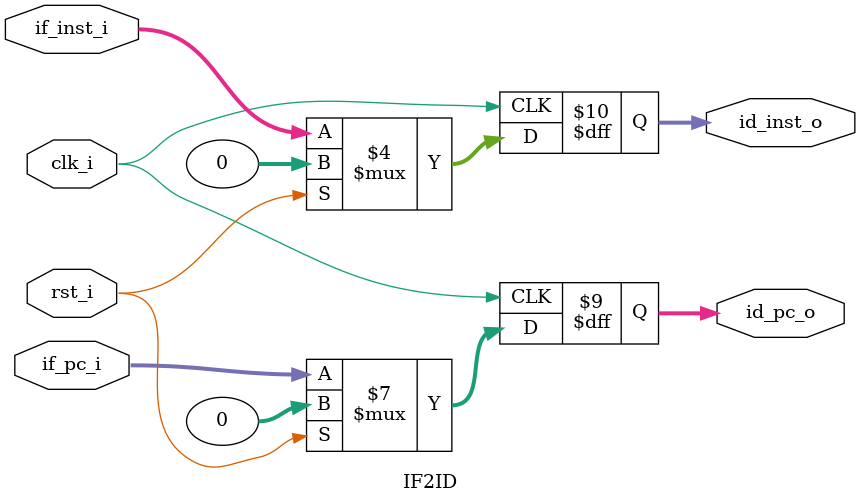
<source format=sv>
`include "defines.vh"

/**
* 负责在IF与ID两级之间传递信号，实质上是一个触发器
*/ 
module IF2ID (
    input logic clk_i,
    input logic rst_i,

    input logic [31:0] if_pc_i,
    input logic [31:0] if_inst_i,

    output logic [31:0] id_pc_o,
    output logic [31:0] id_inst_o
);

    always @(posedge clk_i) begin
        if (rst_i == 1'b1) begin
            id_pc_o <= 32'd0;
            id_inst_o <= 32'd0;
        end
        else begin
            id_pc_o <= if_pc_i;
            id_inst_o <= if_inst_i;
        end
    end

endmodule
</source>
